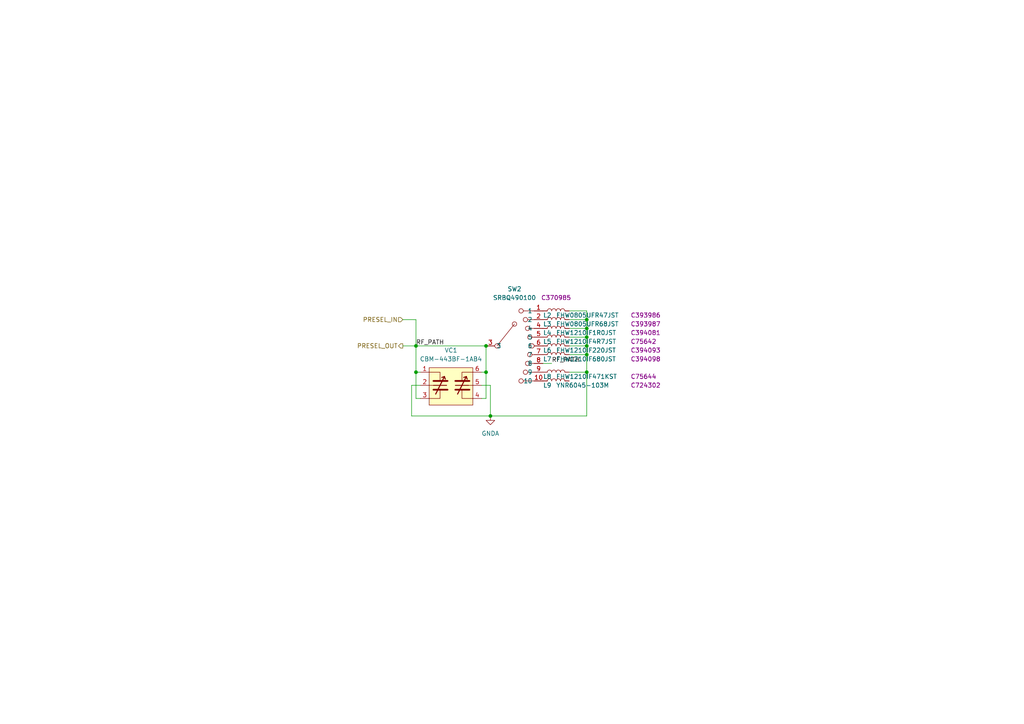
<source format=kicad_sch>
(kicad_sch (version 20211123) (generator eeschema)
  (paper "A4")
  (title_block (title "Pre-selector") (rev "A0") (company "imi415"))
  (lib_symbols
    (symbol "Device:L" (pin_numbers hide) (pin_names (offset 1.016) hide)
      (property "Reference" "L" (at -1.27 0 90))
      (property "Value" "L" (at 1.905 0 90))
      (symbol "L_0_1"
        (arc (start 0 -2.54) (mid 0.635 -1.905) (end 0 -1.27))
        (arc (start 0 -1.27) (mid 0.635 -0.635) (end 0 0))
        (arc (start 0 0) (mid 0.635 0.635) (end 0 1.27))
        (arc (start 0 1.27) (mid 0.635 1.905) (end 0 2.54))
      )
      (symbol "L_1_1"
        (pin passive line (at 0 3.81 270) (length 1.27) (name "1") (number "1"))
        (pin passive line (at 0 -3.81 90) (length 1.27) (name "2") (number "2"))
      )
    )
    (symbol "Device_Local:CBM-443BF-1AB4"
      (property "Reference" "VC" (at -5.08 -6.985 0))
      (property "Value" "CBM-443BF-1AB4" (at 0 8.255 0))
      (symbol "CBM-443BF-1AB4_0_0"
        (pin passive line (at -8.89 3.81 0) (length 2.54) (name "") (number "1"))
        (pin passive line (at -8.89 0 0) (length 2.54) (name "") (number "2"))
        (pin passive line (at -8.89 -3.81 0) (length 2.54) (name "") (number "3"))
        (pin passive line (at 8.89 -3.81 180) (length 2.54) (name "") (number "4"))
        (pin passive line (at 8.89 0 180) (length 2.54) (name "") (number "5"))
        (pin passive line (at 8.89 3.81 180) (length 2.54) (name "") (number "6"))
      )
      (symbol "CBM-443BF-1AB4_0_1"
        (rectangle (start -6.35 5.08) (end 6.35 -5.715) (stroke (width 0.1524)) (fill (type background)))
        (polyline (pts (xy -5.08 -1.27) (xy -1.016 -1.27)) (stroke (width 0.508)))
        (polyline (pts (xy -5.08 0) (xy -6.35 0)) (stroke (width 0.1524)))
        (polyline (pts (xy -5.08 0) (xy -1.27 0)) (stroke (width 0.254)))
        (polyline (pts (xy -5.08 1.27) (xy -1.016 1.27)) (stroke (width 0.508)))
        (polyline (pts (xy -1.905 2.54) (xy -4.445 -2.54)) (stroke (width 0.3048)))
        (polyline (pts (xy -1.905 2.54) (xy -2.667 2.286)) (stroke (width 0.3048)))
        (polyline (pts (xy -1.905 2.54) (xy -1.651 1.778)) (stroke (width 0.3048)))
        (polyline (pts (xy 1.27 -1.27) (xy 5.334 -1.27)) (stroke (width 0.508)))
        (polyline (pts (xy 1.27 0) (xy 5.08 0)) (stroke (width 0.254)))
        (polyline (pts (xy 1.27 1.27) (xy 5.334 1.27)) (stroke (width 0.508)))
        (polyline (pts (xy 4.445 2.54) (xy 1.905 -2.54)) (stroke (width 0.3048)))
        (polyline (pts (xy 4.445 2.54) (xy 3.683 2.286)) (stroke (width 0.3048)))
        (polyline (pts (xy 4.445 2.54) (xy 4.699 1.778)) (stroke (width 0.3048)))
        (polyline (pts (xy 6.35 0) (xy 5.08 0)) (stroke (width 0.1524)))
        (polyline (pts (xy -3.175 -1.27) (xy -3.175 -3.81) (xy -6.35 -3.81)) (stroke (width 0.1524)))
        (polyline (pts (xy -3.175 1.27) (xy -3.175 3.81) (xy -6.35 3.81)) (stroke (width 0.1524)))
        (polyline (pts (xy 3.175 -1.27) (xy 3.175 -3.81) (xy 6.35 -3.81)) (stroke (width 0.1524)))
        (polyline (pts (xy 3.175 1.27) (xy 3.175 3.81) (xy 6.35 3.81)) (stroke (width 0.1524)))
      )
    )
    (symbol "Switch_Local:SW_Rotary_SRBQ490100"
      (property "Reference" "SW" (at 0 0 0))
      (property "Value" "SW_Rotary_SRBQ490100" (at 0 13.97 0))
      (symbol "SW_Rotary_SRBQ490100_0_0"
        (circle (center -5.715 0) (radius 0.635))
        (circle (center -0.635 6.35) (radius 0.635))
        (polyline (pts (xy -5.715 0) (xy -0.635 6.35)))
        (polyline (pts (xy 1.905 -10.16) (xy 5.08 -10.16)))
        (polyline (pts (xy 1.905 10.16) (xy 5.08 10.16)))
        (polyline (pts (xy 3.175 -7.62) (xy 5.08 -7.62)))
        (polyline (pts (xy 3.175 7.62) (xy 5.08 7.62)))
        (polyline (pts (xy 3.81 -5.08) (xy 5.08 -5.08)))
        (polyline (pts (xy 3.81 5.08) (xy 5.08 5.08)))
        (polyline (pts (xy 4.445 -2.54) (xy 5.08 -2.54)))
        (polyline (pts (xy 4.445 2.54) (xy 5.08 2.54)))
        (circle (center 1.27 -10.16) (radius 0.635))
        (circle (center 1.27 10.16) (radius 0.635))
        (circle (center 2.54 -7.62) (radius 0.635))
        (circle (center 2.54 7.62) (radius 0.635))
        (circle (center 3.175 -5.08) (radius 0.635))
        (circle (center 3.175 5.08) (radius 0.635))
        (circle (center 3.81 -2.54) (radius 0.635))
        (circle (center 3.81 2.54) (radius 0.635))
        (circle (center 4.445 0) (radius 0.635))
        (pin passive line (at 7.62 10.16 180) (length 2.54) (name "1") (number "1"))
        (pin passive line (at 7.62 -10.16 180) (length 2.54) (name "10") (number "10"))
        (pin passive line (at 7.62 7.62 180) (length 2.54) (name "2") (number "2"))
        (pin passive line (at -8.89 0 0) (length 2.54) (name "3") (number "3"))
        (pin passive line (at 7.62 5.08 180) (length 2.54) (name "4") (number "4"))
        (pin passive line (at 7.62 2.54 180) (length 2.54) (name "5") (number "5"))
        (pin passive line (at 7.62 0 180) (length 2.54) (name "6") (number "6"))
        (pin passive line (at 7.62 -2.54 180) (length 2.54) (name "7") (number "7"))
        (pin passive line (at 7.62 -5.08 180) (length 2.54) (name "8") (number "8"))
        (pin passive line (at 7.62 -7.62 180) (length 2.54) (name "9") (number "9"))
      )
    )
    (symbol "power:GNDA" (power) (pin_names (offset 0))
      (property "Value" "GNDA" (at 0 -3.81 0))
      (symbol "GNDA_0_1"
        (polyline (pts (xy 0 0) (xy 0 -1.27) (xy 1.27 -1.27) (xy 0 -2.54) (xy -1.27 -1.27) (xy 0 -1.27)))
      )
      (symbol "GNDA_1_1"
        (pin power_in line (at 0 0 270) (length 0) hide (name "GNDA") (number "1"))
      )
    )
  )
  (junction (at 120.65 107.95))
  (junction (at 170.18 100.33))
  (junction (at 120.65 100.33))
  (junction (at 170.18 97.79))
  (junction (at 140.97 107.95))
  (junction (at 140.97 100.33))
  (junction (at 170.18 92.71))
  (junction (at 170.18 107.95))
  (junction (at 142.24 120.65))
  (junction (at 170.18 95.25))
  (junction (at 170.18 102.87))
  (wire (pts (xy 139.7 107.95) (xy 140.97 107.95)))
  (wire (pts (xy 139.7 111.76) (xy 142.24 111.76)))
  (wire (pts (xy 120.65 92.71) (xy 120.65 100.33)))
  (wire (pts (xy 140.97 100.33) (xy 140.97 107.95)))
  (wire (pts (xy 119.38 120.65) (xy 142.24 120.65)))
  (wire (pts (xy 170.18 92.71) (xy 170.18 95.25)))
  (wire (pts (xy 139.7 115.57) (xy 140.97 115.57)))
  (wire (pts (xy 120.65 107.95) (xy 120.65 115.57)))
  (wire (pts (xy 170.18 95.25) (xy 170.18 97.79)))
  (wire (pts (xy 165.1 90.17) (xy 170.18 90.17)))
  (wire (pts (xy 120.65 107.95) (xy 120.65 100.33)))
  (wire (pts (xy 170.18 97.79) (xy 170.18 100.33)))
  (wire (pts (xy 170.18 100.33) (xy 170.18 102.87)))
  (wire (pts (xy 140.97 107.95) (xy 140.97 115.57)))
  (wire (pts (xy 165.1 100.33) (xy 170.18 100.33)))
  (wire (pts (xy 121.92 115.57) (xy 120.65 115.57)))
  (wire (pts (xy 116.84 92.71) (xy 120.65 92.71)))
  (wire (pts (xy 120.65 100.33) (xy 140.97 100.33)))
  (wire (pts (xy 165.1 95.25) (xy 170.18 95.25)))
  (wire (pts (xy 165.1 107.95) (xy 170.18 107.95)))
  (wire (pts (xy 170.18 102.87) (xy 170.18 107.95)))
  (wire (pts (xy 165.1 92.71) (xy 170.18 92.71)))
  (wire (pts (xy 121.92 111.76) (xy 119.38 111.76)))
  (wire (pts (xy 121.92 107.95) (xy 120.65 107.95)))
  (wire (pts (xy 157.48 105.41) (xy 160.02 105.41)))
  (wire (pts (xy 142.24 120.65) (xy 170.18 120.65)))
  (wire (pts (xy 142.24 111.76) (xy 142.24 120.65)))
  (wire (pts (xy 165.1 102.87) (xy 170.18 102.87)))
  (wire (pts (xy 116.84 100.33) (xy 120.65 100.33)))
  (wire (pts (xy 119.38 111.76) (xy 119.38 120.65)))
  (wire (pts (xy 170.18 90.17) (xy 170.18 92.71)))
  (wire (pts (xy 170.18 107.95) (xy 170.18 120.65)))
  (wire (pts (xy 165.1 97.79) (xy 170.18 97.79)))
  (label "RF_PATH" (at 160.02 105.41 0))
  (label "RF_PATH" (at 120.65 100.33 0))
  (hierarchical_label "PRESEL_OUT" (shape output) (at 116.84 100.33 180))
  (hierarchical_label "PRESEL_IN" (shape input) (at 116.84 92.71 180))
  (symbol (lib_id "Device:L") (at 161.29 97.79 90) (unit 1)
    (property "Reference" "L5" (at 158.75 99.06 90))
    (property "Value" "FHW1210IF4R7JST" (at 161.29 99.06 90) (effects (justify right)))
    (property "Footprint" "Inductor_SMD:L_1210_3225Metric" (effects hide))
    (property "MPN" "C75642" (at 182.88 99.06 90) (effects (justify right)))
  )
  (symbol (lib_id "Device:L") (at 161.29 92.71 90) (unit 1)
    (property "Reference" "L3" (at 158.75 93.98 90))
    (property "Value" "FHW0805UFR68JST" (at 161.29 93.98 90) (effects (justify right)))
    (property "Footprint" "Inductor_SMD:L_0805_2012Metric" (effects hide))
    (property "MPN" "C393987" (at 182.88 93.98 90) (effects (justify right)))
  )
  (symbol (lib_id "Device:L") (at 161.29 110.49 90) (unit 1)
    (property "Reference" "L9" (at 158.75 111.76 90))
    (property "Value" "YNR6045-103M" (at 161.29 111.76 90) (effects (justify right)))
    (property "Footprint" "Inductor_SMD:L_6.3x6.3_H3" (effects hide))
    (property "MPN" "C724302" (at 182.88 111.76 90) (effects (justify right)))
  )
  (symbol (lib_id "Device:L") (at 161.29 90.17 90) (unit 1)
    (property "Reference" "L2" (at 158.75 91.44 90))
    (property "Value" "FHW0805UFR47JST" (at 161.29 91.44 90) (effects (justify right)))
    (property "Footprint" "Inductor_SMD:L_0805_2012Metric" (effects hide))
    (property "MPN" "C393986" (at 182.88 91.44 90) (effects (justify right)))
  )
  (symbol (lib_id "Switch_Local:SW_Rotary_SRBQ490100") (at 149.86 100.33 0) (unit 1)
    (property "Reference" "SW2" (at 149.225 83.82 0))
    (property "Value" "SRBQ490100" (at 149.225 86.36 0))
    (property "Footprint" "Button_Switch_Local:SRBQ490100" (effects hide))
    (property "MPN" "C370985" (at 161.29 86.36 0))
  )
  (symbol (lib_id "Device:L") (at 161.29 102.87 90) (unit 1)
    (property "Reference" "L7" (at 158.75 104.14 90))
    (property "Value" "FHW1210IF680JST" (at 161.29 104.14 90) (effects (justify right)))
    (property "Footprint" "Inductor_SMD:L_1210_3225Metric" (effects hide))
    (property "MPN" "C394098" (at 182.88 104.14 90) (effects (justify right)))
  )
  (symbol (lib_id "Device_Local:CBM-443BF-1AB4") (at 130.81 111.76 0) (unit 1)
    (property "Reference" "VC1" (at 130.81 101.6 0))
    (property "Value" "CBM-443BF-1AB4" (at 130.81 104.14 0))
    (property "Footprint" "Tuning_Capacitor_Local:CBM-443BF-1AB4" (effects hide))
  )
  (symbol (lib_id "power:GNDA") (at 142.24 120.65 0) (unit 1)
    (property "Reference" "#PWR0132" (effects hide))
    (property "Value" "GNDA" (at 142.24 125.73 0))
  )
  (symbol (lib_id "Device:L") (at 161.29 100.33 90) (unit 1)
    (property "Reference" "L6" (at 158.75 101.6 90))
    (property "Value" "FHW1210IF220JST" (at 161.29 101.6 90) (effects (justify right)))
    (property "Footprint" "Inductor_SMD:L_1210_3225Metric" (effects hide))
    (property "MPN" "C394093" (at 182.88 101.6 90) (effects (justify right)))
  )
  (symbol (lib_id "Device:L") (at 161.29 95.25 90) (unit 1)
    (property "Reference" "L4" (at 158.75 96.52 90))
    (property "Value" "FHW1210IF1R0JST" (at 161.29 96.52 90) (effects (justify right)))
    (property "Footprint" "Inductor_SMD:L_1210_3225Metric" (effects hide))
    (property "MPN" "C394081" (at 182.88 96.52 90) (effects (justify right)))
  )
  (symbol (lib_id "Device:L") (at 161.29 107.95 90) (unit 1)
    (property "Reference" "L8" (at 158.75 109.22 90))
    (property "Value" "FHW1210IF471KST" (at 161.29 109.22 90) (effects (justify right)))
    (property "Footprint" "Inductor_SMD:L_1210_3225Metric" (effects hide))
    (property "MPN" "C75644" (at 182.88 109.22 90) (effects (justify right)))
  )
)
</source>
